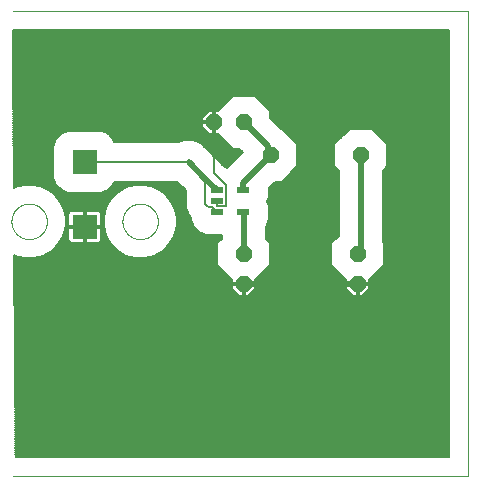
<source format=gtl>
G75*
%MOIN*%
%OFA0B0*%
%FSLAX25Y25*%
%IPPOS*%
%LPD*%
%AMOC8*
5,1,8,0,0,1.08239X$1,22.5*
%
%ADD10C,0.00000*%
%ADD11OC8,0.05200*%
%ADD12R,0.04331X0.02362*%
%ADD13R,0.08268X0.08268*%
%ADD14C,0.00600*%
%ADD15C,0.02000*%
D10*
X0001609Y0001300D02*
X0153310Y0001300D01*
X0153310Y0156261D01*
X0001609Y0156261D01*
X0001200Y0086284D02*
X0001202Y0086437D01*
X0001208Y0086591D01*
X0001218Y0086744D01*
X0001232Y0086896D01*
X0001250Y0087049D01*
X0001272Y0087200D01*
X0001297Y0087351D01*
X0001327Y0087502D01*
X0001361Y0087652D01*
X0001398Y0087800D01*
X0001439Y0087948D01*
X0001484Y0088094D01*
X0001533Y0088240D01*
X0001586Y0088384D01*
X0001642Y0088526D01*
X0001702Y0088667D01*
X0001766Y0088807D01*
X0001833Y0088945D01*
X0001904Y0089081D01*
X0001979Y0089215D01*
X0002056Y0089347D01*
X0002138Y0089477D01*
X0002222Y0089605D01*
X0002310Y0089731D01*
X0002401Y0089854D01*
X0002495Y0089975D01*
X0002593Y0090093D01*
X0002693Y0090209D01*
X0002797Y0090322D01*
X0002903Y0090433D01*
X0003012Y0090541D01*
X0003124Y0090646D01*
X0003238Y0090747D01*
X0003356Y0090846D01*
X0003475Y0090942D01*
X0003597Y0091035D01*
X0003722Y0091124D01*
X0003849Y0091211D01*
X0003978Y0091293D01*
X0004109Y0091373D01*
X0004242Y0091449D01*
X0004377Y0091522D01*
X0004514Y0091591D01*
X0004653Y0091656D01*
X0004793Y0091718D01*
X0004935Y0091776D01*
X0005078Y0091831D01*
X0005223Y0091882D01*
X0005369Y0091929D01*
X0005516Y0091972D01*
X0005664Y0092011D01*
X0005813Y0092047D01*
X0005963Y0092078D01*
X0006114Y0092106D01*
X0006265Y0092130D01*
X0006418Y0092150D01*
X0006570Y0092166D01*
X0006723Y0092178D01*
X0006876Y0092186D01*
X0007029Y0092190D01*
X0007183Y0092190D01*
X0007336Y0092186D01*
X0007489Y0092178D01*
X0007642Y0092166D01*
X0007794Y0092150D01*
X0007947Y0092130D01*
X0008098Y0092106D01*
X0008249Y0092078D01*
X0008399Y0092047D01*
X0008548Y0092011D01*
X0008696Y0091972D01*
X0008843Y0091929D01*
X0008989Y0091882D01*
X0009134Y0091831D01*
X0009277Y0091776D01*
X0009419Y0091718D01*
X0009559Y0091656D01*
X0009698Y0091591D01*
X0009835Y0091522D01*
X0009970Y0091449D01*
X0010103Y0091373D01*
X0010234Y0091293D01*
X0010363Y0091211D01*
X0010490Y0091124D01*
X0010615Y0091035D01*
X0010737Y0090942D01*
X0010856Y0090846D01*
X0010974Y0090747D01*
X0011088Y0090646D01*
X0011200Y0090541D01*
X0011309Y0090433D01*
X0011415Y0090322D01*
X0011519Y0090209D01*
X0011619Y0090093D01*
X0011717Y0089975D01*
X0011811Y0089854D01*
X0011902Y0089731D01*
X0011990Y0089605D01*
X0012074Y0089477D01*
X0012156Y0089347D01*
X0012233Y0089215D01*
X0012308Y0089081D01*
X0012379Y0088945D01*
X0012446Y0088807D01*
X0012510Y0088667D01*
X0012570Y0088526D01*
X0012626Y0088384D01*
X0012679Y0088240D01*
X0012728Y0088094D01*
X0012773Y0087948D01*
X0012814Y0087800D01*
X0012851Y0087652D01*
X0012885Y0087502D01*
X0012915Y0087351D01*
X0012940Y0087200D01*
X0012962Y0087049D01*
X0012980Y0086896D01*
X0012994Y0086744D01*
X0013004Y0086591D01*
X0013010Y0086437D01*
X0013012Y0086284D01*
X0013010Y0086131D01*
X0013004Y0085977D01*
X0012994Y0085824D01*
X0012980Y0085672D01*
X0012962Y0085519D01*
X0012940Y0085368D01*
X0012915Y0085217D01*
X0012885Y0085066D01*
X0012851Y0084916D01*
X0012814Y0084768D01*
X0012773Y0084620D01*
X0012728Y0084474D01*
X0012679Y0084328D01*
X0012626Y0084184D01*
X0012570Y0084042D01*
X0012510Y0083901D01*
X0012446Y0083761D01*
X0012379Y0083623D01*
X0012308Y0083487D01*
X0012233Y0083353D01*
X0012156Y0083221D01*
X0012074Y0083091D01*
X0011990Y0082963D01*
X0011902Y0082837D01*
X0011811Y0082714D01*
X0011717Y0082593D01*
X0011619Y0082475D01*
X0011519Y0082359D01*
X0011415Y0082246D01*
X0011309Y0082135D01*
X0011200Y0082027D01*
X0011088Y0081922D01*
X0010974Y0081821D01*
X0010856Y0081722D01*
X0010737Y0081626D01*
X0010615Y0081533D01*
X0010490Y0081444D01*
X0010363Y0081357D01*
X0010234Y0081275D01*
X0010103Y0081195D01*
X0009970Y0081119D01*
X0009835Y0081046D01*
X0009698Y0080977D01*
X0009559Y0080912D01*
X0009419Y0080850D01*
X0009277Y0080792D01*
X0009134Y0080737D01*
X0008989Y0080686D01*
X0008843Y0080639D01*
X0008696Y0080596D01*
X0008548Y0080557D01*
X0008399Y0080521D01*
X0008249Y0080490D01*
X0008098Y0080462D01*
X0007947Y0080438D01*
X0007794Y0080418D01*
X0007642Y0080402D01*
X0007489Y0080390D01*
X0007336Y0080382D01*
X0007183Y0080378D01*
X0007029Y0080378D01*
X0006876Y0080382D01*
X0006723Y0080390D01*
X0006570Y0080402D01*
X0006418Y0080418D01*
X0006265Y0080438D01*
X0006114Y0080462D01*
X0005963Y0080490D01*
X0005813Y0080521D01*
X0005664Y0080557D01*
X0005516Y0080596D01*
X0005369Y0080639D01*
X0005223Y0080686D01*
X0005078Y0080737D01*
X0004935Y0080792D01*
X0004793Y0080850D01*
X0004653Y0080912D01*
X0004514Y0080977D01*
X0004377Y0081046D01*
X0004242Y0081119D01*
X0004109Y0081195D01*
X0003978Y0081275D01*
X0003849Y0081357D01*
X0003722Y0081444D01*
X0003597Y0081533D01*
X0003475Y0081626D01*
X0003356Y0081722D01*
X0003238Y0081821D01*
X0003124Y0081922D01*
X0003012Y0082027D01*
X0002903Y0082135D01*
X0002797Y0082246D01*
X0002693Y0082359D01*
X0002593Y0082475D01*
X0002495Y0082593D01*
X0002401Y0082714D01*
X0002310Y0082837D01*
X0002222Y0082963D01*
X0002138Y0083091D01*
X0002056Y0083221D01*
X0001979Y0083353D01*
X0001904Y0083487D01*
X0001833Y0083623D01*
X0001766Y0083761D01*
X0001702Y0083901D01*
X0001642Y0084042D01*
X0001586Y0084184D01*
X0001533Y0084328D01*
X0001484Y0084474D01*
X0001439Y0084620D01*
X0001398Y0084768D01*
X0001361Y0084916D01*
X0001327Y0085066D01*
X0001297Y0085217D01*
X0001272Y0085368D01*
X0001250Y0085519D01*
X0001232Y0085672D01*
X0001218Y0085824D01*
X0001208Y0085977D01*
X0001202Y0086131D01*
X0001200Y0086284D01*
X0038207Y0086284D02*
X0038209Y0086437D01*
X0038215Y0086591D01*
X0038225Y0086744D01*
X0038239Y0086896D01*
X0038257Y0087049D01*
X0038279Y0087200D01*
X0038304Y0087351D01*
X0038334Y0087502D01*
X0038368Y0087652D01*
X0038405Y0087800D01*
X0038446Y0087948D01*
X0038491Y0088094D01*
X0038540Y0088240D01*
X0038593Y0088384D01*
X0038649Y0088526D01*
X0038709Y0088667D01*
X0038773Y0088807D01*
X0038840Y0088945D01*
X0038911Y0089081D01*
X0038986Y0089215D01*
X0039063Y0089347D01*
X0039145Y0089477D01*
X0039229Y0089605D01*
X0039317Y0089731D01*
X0039408Y0089854D01*
X0039502Y0089975D01*
X0039600Y0090093D01*
X0039700Y0090209D01*
X0039804Y0090322D01*
X0039910Y0090433D01*
X0040019Y0090541D01*
X0040131Y0090646D01*
X0040245Y0090747D01*
X0040363Y0090846D01*
X0040482Y0090942D01*
X0040604Y0091035D01*
X0040729Y0091124D01*
X0040856Y0091211D01*
X0040985Y0091293D01*
X0041116Y0091373D01*
X0041249Y0091449D01*
X0041384Y0091522D01*
X0041521Y0091591D01*
X0041660Y0091656D01*
X0041800Y0091718D01*
X0041942Y0091776D01*
X0042085Y0091831D01*
X0042230Y0091882D01*
X0042376Y0091929D01*
X0042523Y0091972D01*
X0042671Y0092011D01*
X0042820Y0092047D01*
X0042970Y0092078D01*
X0043121Y0092106D01*
X0043272Y0092130D01*
X0043425Y0092150D01*
X0043577Y0092166D01*
X0043730Y0092178D01*
X0043883Y0092186D01*
X0044036Y0092190D01*
X0044190Y0092190D01*
X0044343Y0092186D01*
X0044496Y0092178D01*
X0044649Y0092166D01*
X0044801Y0092150D01*
X0044954Y0092130D01*
X0045105Y0092106D01*
X0045256Y0092078D01*
X0045406Y0092047D01*
X0045555Y0092011D01*
X0045703Y0091972D01*
X0045850Y0091929D01*
X0045996Y0091882D01*
X0046141Y0091831D01*
X0046284Y0091776D01*
X0046426Y0091718D01*
X0046566Y0091656D01*
X0046705Y0091591D01*
X0046842Y0091522D01*
X0046977Y0091449D01*
X0047110Y0091373D01*
X0047241Y0091293D01*
X0047370Y0091211D01*
X0047497Y0091124D01*
X0047622Y0091035D01*
X0047744Y0090942D01*
X0047863Y0090846D01*
X0047981Y0090747D01*
X0048095Y0090646D01*
X0048207Y0090541D01*
X0048316Y0090433D01*
X0048422Y0090322D01*
X0048526Y0090209D01*
X0048626Y0090093D01*
X0048724Y0089975D01*
X0048818Y0089854D01*
X0048909Y0089731D01*
X0048997Y0089605D01*
X0049081Y0089477D01*
X0049163Y0089347D01*
X0049240Y0089215D01*
X0049315Y0089081D01*
X0049386Y0088945D01*
X0049453Y0088807D01*
X0049517Y0088667D01*
X0049577Y0088526D01*
X0049633Y0088384D01*
X0049686Y0088240D01*
X0049735Y0088094D01*
X0049780Y0087948D01*
X0049821Y0087800D01*
X0049858Y0087652D01*
X0049892Y0087502D01*
X0049922Y0087351D01*
X0049947Y0087200D01*
X0049969Y0087049D01*
X0049987Y0086896D01*
X0050001Y0086744D01*
X0050011Y0086591D01*
X0050017Y0086437D01*
X0050019Y0086284D01*
X0050017Y0086131D01*
X0050011Y0085977D01*
X0050001Y0085824D01*
X0049987Y0085672D01*
X0049969Y0085519D01*
X0049947Y0085368D01*
X0049922Y0085217D01*
X0049892Y0085066D01*
X0049858Y0084916D01*
X0049821Y0084768D01*
X0049780Y0084620D01*
X0049735Y0084474D01*
X0049686Y0084328D01*
X0049633Y0084184D01*
X0049577Y0084042D01*
X0049517Y0083901D01*
X0049453Y0083761D01*
X0049386Y0083623D01*
X0049315Y0083487D01*
X0049240Y0083353D01*
X0049163Y0083221D01*
X0049081Y0083091D01*
X0048997Y0082963D01*
X0048909Y0082837D01*
X0048818Y0082714D01*
X0048724Y0082593D01*
X0048626Y0082475D01*
X0048526Y0082359D01*
X0048422Y0082246D01*
X0048316Y0082135D01*
X0048207Y0082027D01*
X0048095Y0081922D01*
X0047981Y0081821D01*
X0047863Y0081722D01*
X0047744Y0081626D01*
X0047622Y0081533D01*
X0047497Y0081444D01*
X0047370Y0081357D01*
X0047241Y0081275D01*
X0047110Y0081195D01*
X0046977Y0081119D01*
X0046842Y0081046D01*
X0046705Y0080977D01*
X0046566Y0080912D01*
X0046426Y0080850D01*
X0046284Y0080792D01*
X0046141Y0080737D01*
X0045996Y0080686D01*
X0045850Y0080639D01*
X0045703Y0080596D01*
X0045555Y0080557D01*
X0045406Y0080521D01*
X0045256Y0080490D01*
X0045105Y0080462D01*
X0044954Y0080438D01*
X0044801Y0080418D01*
X0044649Y0080402D01*
X0044496Y0080390D01*
X0044343Y0080382D01*
X0044190Y0080378D01*
X0044036Y0080378D01*
X0043883Y0080382D01*
X0043730Y0080390D01*
X0043577Y0080402D01*
X0043425Y0080418D01*
X0043272Y0080438D01*
X0043121Y0080462D01*
X0042970Y0080490D01*
X0042820Y0080521D01*
X0042671Y0080557D01*
X0042523Y0080596D01*
X0042376Y0080639D01*
X0042230Y0080686D01*
X0042085Y0080737D01*
X0041942Y0080792D01*
X0041800Y0080850D01*
X0041660Y0080912D01*
X0041521Y0080977D01*
X0041384Y0081046D01*
X0041249Y0081119D01*
X0041116Y0081195D01*
X0040985Y0081275D01*
X0040856Y0081357D01*
X0040729Y0081444D01*
X0040604Y0081533D01*
X0040482Y0081626D01*
X0040363Y0081722D01*
X0040245Y0081821D01*
X0040131Y0081922D01*
X0040019Y0082027D01*
X0039910Y0082135D01*
X0039804Y0082246D01*
X0039700Y0082359D01*
X0039600Y0082475D01*
X0039502Y0082593D01*
X0039408Y0082714D01*
X0039317Y0082837D01*
X0039229Y0082963D01*
X0039145Y0083091D01*
X0039063Y0083221D01*
X0038986Y0083353D01*
X0038911Y0083487D01*
X0038840Y0083623D01*
X0038773Y0083761D01*
X0038709Y0083901D01*
X0038649Y0084042D01*
X0038593Y0084184D01*
X0038540Y0084328D01*
X0038491Y0084474D01*
X0038446Y0084620D01*
X0038405Y0084768D01*
X0038368Y0084916D01*
X0038334Y0085066D01*
X0038304Y0085217D01*
X0038279Y0085368D01*
X0038257Y0085519D01*
X0038239Y0085672D01*
X0038225Y0085824D01*
X0038215Y0085977D01*
X0038209Y0086131D01*
X0038207Y0086284D01*
D11*
X0068609Y0119300D03*
X0078609Y0119300D03*
X0087609Y0108300D03*
X0117609Y0108300D03*
X0116609Y0075300D03*
X0116609Y0065300D03*
X0078609Y0065300D03*
X0078609Y0075300D03*
D12*
X0078468Y0089300D03*
X0078468Y0096780D03*
X0069609Y0096780D03*
X0069609Y0093040D03*
X0069609Y0089300D03*
D13*
X0025609Y0084473D03*
X0025609Y0106127D03*
D14*
X0060263Y0106127D01*
X0064912Y0111801D02*
X0073522Y0111801D01*
X0074120Y0111203D02*
X0065511Y0111203D01*
X0066109Y0110604D02*
X0074719Y0110604D01*
X0074923Y0110400D02*
X0077186Y0110400D01*
X0078286Y0109300D01*
X0073183Y0104197D01*
X0073028Y0104261D01*
X0072452Y0104261D01*
X0072038Y0104675D01*
X0064398Y0112315D01*
X0061715Y0113427D01*
X0058811Y0113427D01*
X0057121Y0112727D01*
X0035541Y0112727D01*
X0035084Y0113829D01*
X0033312Y0115602D01*
X0030996Y0116561D01*
X0020222Y0116561D01*
X0017907Y0115602D01*
X0016135Y0113829D01*
X0015176Y0111514D01*
X0015176Y0100740D01*
X0016135Y0098424D01*
X0017907Y0096652D01*
X0020222Y0095693D01*
X0030996Y0095693D01*
X0033312Y0096652D01*
X0035084Y0098424D01*
X0035541Y0099527D01*
X0056539Y0099527D01*
X0059250Y0096816D01*
X0059250Y0090868D01*
X0060254Y0088442D01*
X0061144Y0087552D01*
X0061144Y0086866D01*
X0062103Y0084550D01*
X0063875Y0082778D01*
X0066191Y0081819D01*
X0071309Y0081819D01*
X0071309Y0080586D01*
X0069709Y0078986D01*
X0069709Y0071613D01*
X0074709Y0066613D01*
X0074709Y0065600D01*
X0078309Y0065600D01*
X0078309Y0065000D01*
X0074709Y0065000D01*
X0074709Y0063685D01*
X0076994Y0061400D01*
X0078309Y0061400D01*
X0078309Y0065000D01*
X0078909Y0065000D01*
X0078909Y0061400D01*
X0080225Y0061400D01*
X0082509Y0063685D01*
X0082509Y0065000D01*
X0078909Y0065000D01*
X0078909Y0065600D01*
X0082509Y0065600D01*
X0082509Y0066614D01*
X0087509Y0071613D01*
X0087509Y0078986D01*
X0085909Y0080586D01*
X0085909Y0084486D01*
X0085974Y0084550D01*
X0086933Y0086866D01*
X0086933Y0091734D01*
X0086392Y0093040D01*
X0086933Y0094346D01*
X0086933Y0097300D01*
X0089033Y0099400D01*
X0091296Y0099400D01*
X0096509Y0104613D01*
X0096509Y0111986D01*
X0091296Y0117200D01*
X0091033Y0117200D01*
X0090745Y0117489D01*
X0087509Y0120724D01*
X0087509Y0122986D01*
X0082296Y0128200D01*
X0074923Y0128200D01*
X0069923Y0123200D01*
X0068909Y0123200D01*
X0068909Y0119600D01*
X0068309Y0119600D01*
X0068309Y0119000D01*
X0064709Y0119000D01*
X0064709Y0117685D01*
X0066994Y0115400D01*
X0068309Y0115400D01*
X0068309Y0119000D01*
X0068909Y0119000D01*
X0068909Y0115400D01*
X0069923Y0115400D01*
X0074923Y0110400D01*
X0072923Y0112400D02*
X0064194Y0112400D01*
X0062749Y0112998D02*
X0072325Y0112998D01*
X0071726Y0113597D02*
X0035180Y0113597D01*
X0035428Y0112998D02*
X0057777Y0112998D01*
X0064709Y0117786D02*
X0001853Y0117786D01*
X0001857Y0117188D02*
X0065206Y0117188D01*
X0065805Y0116589D02*
X0001861Y0116589D01*
X0001865Y0115991D02*
X0018847Y0115991D01*
X0017698Y0115392D02*
X0001869Y0115392D01*
X0001872Y0114794D02*
X0017099Y0114794D01*
X0016501Y0114195D02*
X0001876Y0114195D01*
X0001880Y0113597D02*
X0016038Y0113597D01*
X0015791Y0112998D02*
X0001884Y0112998D01*
X0001888Y0112400D02*
X0015543Y0112400D01*
X0015295Y0111801D02*
X0001892Y0111801D01*
X0001896Y0111203D02*
X0015176Y0111203D01*
X0015176Y0110604D02*
X0001900Y0110604D01*
X0001904Y0110006D02*
X0015176Y0110006D01*
X0015176Y0109407D02*
X0001907Y0109407D01*
X0001911Y0108809D02*
X0015176Y0108809D01*
X0015176Y0108210D02*
X0001915Y0108210D01*
X0001919Y0107612D02*
X0015176Y0107612D01*
X0015176Y0107013D02*
X0001923Y0107013D01*
X0001927Y0106415D02*
X0015176Y0106415D01*
X0015176Y0105816D02*
X0001931Y0105816D01*
X0001935Y0105218D02*
X0015176Y0105218D01*
X0015176Y0104619D02*
X0001939Y0104619D01*
X0001942Y0104021D02*
X0015176Y0104021D01*
X0015176Y0103422D02*
X0001946Y0103422D01*
X0001950Y0102824D02*
X0015176Y0102824D01*
X0015176Y0102225D02*
X0001954Y0102225D01*
X0001958Y0101627D02*
X0015176Y0101627D01*
X0015176Y0101028D02*
X0001962Y0101028D01*
X0001966Y0100430D02*
X0015304Y0100430D01*
X0015552Y0099831D02*
X0001970Y0099831D01*
X0001974Y0099233D02*
X0015800Y0099233D01*
X0016048Y0098634D02*
X0001977Y0098634D01*
X0001981Y0098036D02*
X0003803Y0098036D01*
X0002394Y0097658D02*
X0001985Y0097422D01*
X0001644Y0149961D01*
X0147010Y0149961D01*
X0147010Y0007600D01*
X0002569Y0007600D01*
X0002130Y0075063D01*
X0002394Y0074911D01*
X0005499Y0074079D01*
X0008712Y0074079D01*
X0011817Y0074911D01*
X0014600Y0076517D01*
X0016872Y0078790D01*
X0018479Y0081573D01*
X0019311Y0084677D01*
X0019311Y0087891D01*
X0018479Y0090995D01*
X0016872Y0093779D01*
X0014600Y0096051D01*
X0011817Y0097658D01*
X0008712Y0098490D01*
X0005499Y0098490D01*
X0002394Y0097658D01*
X0002012Y0097437D02*
X0001985Y0097437D01*
X0010408Y0098036D02*
X0016523Y0098036D01*
X0017122Y0097437D02*
X0012199Y0097437D01*
X0013236Y0096839D02*
X0017720Y0096839D01*
X0018902Y0096240D02*
X0014273Y0096240D01*
X0015009Y0095641D02*
X0036209Y0095641D01*
X0036619Y0096051D02*
X0034347Y0093779D01*
X0032740Y0090995D01*
X0031908Y0087891D01*
X0031908Y0084677D01*
X0032740Y0081573D01*
X0034347Y0078790D01*
X0036619Y0076517D01*
X0039402Y0074911D01*
X0042506Y0074079D01*
X0045720Y0074079D01*
X0048825Y0074911D01*
X0051608Y0076517D01*
X0053880Y0078790D01*
X0055487Y0081573D01*
X0056319Y0084677D01*
X0056319Y0087891D01*
X0055487Y0090995D01*
X0053880Y0093779D01*
X0051608Y0096051D01*
X0048825Y0097658D01*
X0045720Y0098490D01*
X0042506Y0098490D01*
X0039402Y0097658D01*
X0036619Y0096051D01*
X0036946Y0096240D02*
X0032317Y0096240D01*
X0033498Y0096839D02*
X0037983Y0096839D01*
X0039020Y0097437D02*
X0034097Y0097437D01*
X0034695Y0098036D02*
X0040811Y0098036D01*
X0035419Y0099233D02*
X0056833Y0099233D01*
X0057432Y0098634D02*
X0035171Y0098634D01*
X0035611Y0095043D02*
X0015608Y0095043D01*
X0016206Y0094444D02*
X0035012Y0094444D01*
X0034414Y0093846D02*
X0016805Y0093846D01*
X0017179Y0093247D02*
X0034040Y0093247D01*
X0033694Y0092649D02*
X0017525Y0092649D01*
X0017870Y0092050D02*
X0033349Y0092050D01*
X0033003Y0091452D02*
X0018216Y0091452D01*
X0018517Y0090853D02*
X0032702Y0090853D01*
X0032541Y0090255D02*
X0018678Y0090255D01*
X0018838Y0089656D02*
X0020693Y0089656D01*
X0020677Y0089647D02*
X0020435Y0089405D01*
X0020264Y0089109D01*
X0020176Y0088778D01*
X0020176Y0084773D01*
X0025309Y0084773D01*
X0025309Y0084173D01*
X0020176Y0084173D01*
X0020176Y0080168D01*
X0020264Y0079838D01*
X0020435Y0079541D01*
X0020677Y0079299D01*
X0020974Y0079128D01*
X0021304Y0079039D01*
X0025309Y0079039D01*
X0025309Y0084173D01*
X0025909Y0084173D01*
X0025909Y0079039D01*
X0029914Y0079039D01*
X0030245Y0079128D01*
X0030542Y0079299D01*
X0030784Y0079541D01*
X0030955Y0079838D01*
X0031043Y0080168D01*
X0031043Y0084173D01*
X0025909Y0084173D01*
X0025909Y0084773D01*
X0025309Y0084773D01*
X0025309Y0089907D01*
X0021304Y0089907D01*
X0020974Y0089818D01*
X0020677Y0089647D01*
X0020251Y0089058D02*
X0018998Y0089058D01*
X0019159Y0088459D02*
X0020176Y0088459D01*
X0020176Y0087861D02*
X0019311Y0087861D01*
X0019311Y0087262D02*
X0020176Y0087262D01*
X0020176Y0086664D02*
X0019311Y0086664D01*
X0019311Y0086065D02*
X0020176Y0086065D01*
X0020176Y0085467D02*
X0019311Y0085467D01*
X0019311Y0084868D02*
X0020176Y0084868D01*
X0019202Y0084270D02*
X0025309Y0084270D01*
X0025309Y0084868D02*
X0025909Y0084868D01*
X0025909Y0084773D02*
X0025909Y0089907D01*
X0029914Y0089907D01*
X0030245Y0089818D01*
X0030542Y0089647D01*
X0030784Y0089405D01*
X0030955Y0089109D01*
X0031043Y0088778D01*
X0031043Y0084773D01*
X0025909Y0084773D01*
X0025909Y0084270D02*
X0032017Y0084270D01*
X0031908Y0084868D02*
X0031043Y0084868D01*
X0031043Y0085467D02*
X0031908Y0085467D01*
X0031908Y0086065D02*
X0031043Y0086065D01*
X0031043Y0086664D02*
X0031908Y0086664D01*
X0031908Y0087262D02*
X0031043Y0087262D01*
X0031043Y0087861D02*
X0031908Y0087861D01*
X0032060Y0088459D02*
X0031043Y0088459D01*
X0030968Y0089058D02*
X0032220Y0089058D01*
X0032381Y0089656D02*
X0030526Y0089656D01*
X0025909Y0089656D02*
X0025309Y0089656D01*
X0025309Y0089058D02*
X0025909Y0089058D01*
X0025909Y0088459D02*
X0025309Y0088459D01*
X0025309Y0087861D02*
X0025909Y0087861D01*
X0025909Y0087262D02*
X0025309Y0087262D01*
X0025309Y0086664D02*
X0025909Y0086664D01*
X0025909Y0086065D02*
X0025309Y0086065D01*
X0025309Y0085467D02*
X0025909Y0085467D01*
X0025909Y0083671D02*
X0025309Y0083671D01*
X0025309Y0083073D02*
X0025909Y0083073D01*
X0025909Y0082474D02*
X0025309Y0082474D01*
X0025309Y0081876D02*
X0025909Y0081876D01*
X0025909Y0081277D02*
X0025309Y0081277D01*
X0025309Y0080679D02*
X0025909Y0080679D01*
X0025909Y0080080D02*
X0025309Y0080080D01*
X0025309Y0079482D02*
X0025909Y0079482D01*
X0030724Y0079482D02*
X0033947Y0079482D01*
X0033602Y0080080D02*
X0031020Y0080080D01*
X0031043Y0080679D02*
X0033256Y0080679D01*
X0032910Y0081277D02*
X0031043Y0081277D01*
X0031043Y0081876D02*
X0032659Y0081876D01*
X0032498Y0082474D02*
X0031043Y0082474D01*
X0031043Y0083073D02*
X0032338Y0083073D01*
X0032177Y0083671D02*
X0031043Y0083671D01*
X0034293Y0078883D02*
X0016926Y0078883D01*
X0017272Y0079482D02*
X0020495Y0079482D01*
X0020199Y0080080D02*
X0017617Y0080080D01*
X0017963Y0080679D02*
X0020176Y0080679D01*
X0020176Y0081277D02*
X0018308Y0081277D01*
X0018560Y0081876D02*
X0020176Y0081876D01*
X0020176Y0082474D02*
X0018721Y0082474D01*
X0018881Y0083073D02*
X0020176Y0083073D01*
X0020176Y0083671D02*
X0019041Y0083671D01*
X0016367Y0078285D02*
X0034852Y0078285D01*
X0035450Y0077686D02*
X0015769Y0077686D01*
X0015170Y0077088D02*
X0036049Y0077088D01*
X0036668Y0076489D02*
X0014551Y0076489D01*
X0013514Y0075891D02*
X0037705Y0075891D01*
X0038741Y0075292D02*
X0012478Y0075292D01*
X0011007Y0074694D02*
X0040212Y0074694D01*
X0042445Y0074095D02*
X0008773Y0074095D01*
X0005438Y0074095D02*
X0002137Y0074095D01*
X0002141Y0073497D02*
X0069709Y0073497D01*
X0069709Y0074095D02*
X0045781Y0074095D01*
X0048015Y0074694D02*
X0069709Y0074694D01*
X0069709Y0075292D02*
X0049485Y0075292D01*
X0050522Y0075891D02*
X0069709Y0075891D01*
X0069709Y0076489D02*
X0051559Y0076489D01*
X0052178Y0077088D02*
X0069709Y0077088D01*
X0069709Y0077686D02*
X0052776Y0077686D01*
X0053375Y0078285D02*
X0069709Y0078285D01*
X0069709Y0078883D02*
X0053934Y0078883D01*
X0054280Y0079482D02*
X0070205Y0079482D01*
X0070803Y0080080D02*
X0054625Y0080080D01*
X0054971Y0080679D02*
X0071309Y0080679D01*
X0071309Y0081277D02*
X0055316Y0081277D01*
X0055568Y0081876D02*
X0066054Y0081876D01*
X0064609Y0082474D02*
X0055729Y0082474D01*
X0055889Y0083073D02*
X0063581Y0083073D01*
X0062982Y0083671D02*
X0056049Y0083671D01*
X0056210Y0084270D02*
X0062384Y0084270D01*
X0061971Y0084868D02*
X0056319Y0084868D01*
X0056319Y0085467D02*
X0061724Y0085467D01*
X0061476Y0086065D02*
X0056319Y0086065D01*
X0056319Y0086664D02*
X0061228Y0086664D01*
X0061144Y0087262D02*
X0056319Y0087262D01*
X0056319Y0087861D02*
X0060836Y0087861D01*
X0060247Y0088459D02*
X0056167Y0088459D01*
X0056006Y0089058D02*
X0059999Y0089058D01*
X0059751Y0089656D02*
X0055846Y0089656D01*
X0055686Y0090255D02*
X0059504Y0090255D01*
X0059256Y0090853D02*
X0055525Y0090853D01*
X0055224Y0091452D02*
X0059250Y0091452D01*
X0059250Y0092050D02*
X0054878Y0092050D01*
X0054532Y0092649D02*
X0059250Y0092649D01*
X0059250Y0093247D02*
X0054187Y0093247D01*
X0053813Y0093846D02*
X0059250Y0093846D01*
X0059250Y0094444D02*
X0053214Y0094444D01*
X0052616Y0095043D02*
X0059250Y0095043D01*
X0059250Y0095641D02*
X0052017Y0095641D01*
X0051281Y0096240D02*
X0059250Y0096240D01*
X0059227Y0096839D02*
X0050244Y0096839D01*
X0049207Y0097437D02*
X0058629Y0097437D01*
X0058030Y0098036D02*
X0047415Y0098036D01*
X0034718Y0114195D02*
X0071128Y0114195D01*
X0070529Y0114794D02*
X0034120Y0114794D01*
X0033521Y0115392D02*
X0069931Y0115392D01*
X0068909Y0115991D02*
X0068309Y0115991D01*
X0068309Y0116589D02*
X0068909Y0116589D01*
X0068909Y0117188D02*
X0068309Y0117188D01*
X0068309Y0117786D02*
X0068909Y0117786D01*
X0068909Y0118385D02*
X0068309Y0118385D01*
X0068309Y0118983D02*
X0068909Y0118983D01*
X0068609Y0119300D02*
X0068609Y0102400D01*
X0072675Y0098334D01*
X0072675Y0091381D01*
X0069609Y0091381D01*
X0069609Y0093040D01*
X0067950Y0090959D02*
X0069609Y0089300D01*
X0068728Y0090181D01*
X0067950Y0090959D02*
X0067071Y0090959D01*
X0066544Y0091486D01*
X0065850Y0092181D01*
X0065850Y0100540D01*
X0070897Y0105816D02*
X0074802Y0105816D01*
X0074203Y0105218D02*
X0071496Y0105218D01*
X0072094Y0104619D02*
X0073605Y0104619D01*
X0075400Y0106415D02*
X0070299Y0106415D01*
X0069700Y0107013D02*
X0075999Y0107013D01*
X0076597Y0107612D02*
X0069102Y0107612D01*
X0068503Y0108210D02*
X0077196Y0108210D01*
X0077794Y0108809D02*
X0067905Y0108809D01*
X0067306Y0109407D02*
X0078178Y0109407D01*
X0077580Y0110006D02*
X0066708Y0110006D01*
X0066403Y0115991D02*
X0032372Y0115991D01*
X0001849Y0118385D02*
X0064709Y0118385D01*
X0064709Y0118983D02*
X0001845Y0118983D01*
X0001841Y0119582D02*
X0068309Y0119582D01*
X0068309Y0119600D02*
X0064709Y0119600D01*
X0064709Y0120915D01*
X0066994Y0123200D01*
X0068309Y0123200D01*
X0068309Y0119600D01*
X0068309Y0120180D02*
X0068909Y0120180D01*
X0068909Y0120779D02*
X0068309Y0120779D01*
X0068309Y0121377D02*
X0068909Y0121377D01*
X0068909Y0121976D02*
X0068309Y0121976D01*
X0068309Y0122574D02*
X0068909Y0122574D01*
X0068909Y0123173D02*
X0068309Y0123173D01*
X0066967Y0123173D02*
X0001818Y0123173D01*
X0001822Y0122574D02*
X0066369Y0122574D01*
X0065770Y0121976D02*
X0001826Y0121976D01*
X0001830Y0121377D02*
X0065172Y0121377D01*
X0064709Y0120779D02*
X0001834Y0120779D01*
X0001837Y0120180D02*
X0064709Y0120180D01*
X0070494Y0123772D02*
X0001814Y0123772D01*
X0001810Y0124370D02*
X0071093Y0124370D01*
X0071691Y0124969D02*
X0001806Y0124969D01*
X0001803Y0125567D02*
X0072290Y0125567D01*
X0072889Y0126166D02*
X0001799Y0126166D01*
X0001795Y0126764D02*
X0073487Y0126764D01*
X0074086Y0127363D02*
X0001791Y0127363D01*
X0001787Y0127961D02*
X0074684Y0127961D01*
X0082535Y0127961D02*
X0147010Y0127961D01*
X0147010Y0127363D02*
X0083133Y0127363D01*
X0083732Y0126764D02*
X0147010Y0126764D01*
X0147010Y0126166D02*
X0084330Y0126166D01*
X0084929Y0125567D02*
X0147010Y0125567D01*
X0147010Y0124969D02*
X0085527Y0124969D01*
X0086126Y0124370D02*
X0147010Y0124370D01*
X0147010Y0123772D02*
X0086724Y0123772D01*
X0087323Y0123173D02*
X0147010Y0123173D01*
X0147010Y0122574D02*
X0087509Y0122574D01*
X0087509Y0121976D02*
X0147010Y0121976D01*
X0147010Y0121377D02*
X0087509Y0121377D01*
X0087509Y0120779D02*
X0147010Y0120779D01*
X0147010Y0120180D02*
X0088053Y0120180D01*
X0088651Y0119582D02*
X0147010Y0119582D01*
X0147010Y0118983D02*
X0089250Y0118983D01*
X0089848Y0118385D02*
X0147010Y0118385D01*
X0147010Y0117786D02*
X0090447Y0117786D01*
X0091308Y0117188D02*
X0113911Y0117188D01*
X0113923Y0117200D02*
X0108709Y0111986D01*
X0108709Y0104613D01*
X0110309Y0103013D01*
X0110309Y0081586D01*
X0107709Y0078986D01*
X0107709Y0071613D01*
X0112709Y0066613D01*
X0112709Y0065600D01*
X0116309Y0065600D01*
X0116309Y0065000D01*
X0112709Y0065000D01*
X0112709Y0063685D01*
X0114994Y0061400D01*
X0116309Y0061400D01*
X0116309Y0065000D01*
X0116909Y0065000D01*
X0116909Y0061400D01*
X0118225Y0061400D01*
X0120509Y0063685D01*
X0120509Y0065000D01*
X0116909Y0065000D01*
X0116909Y0065600D01*
X0120509Y0065600D01*
X0120509Y0066613D01*
X0125509Y0071613D01*
X0125509Y0078986D01*
X0124909Y0079586D01*
X0124909Y0103013D01*
X0126509Y0104613D01*
X0126509Y0111986D01*
X0121296Y0117200D01*
X0113923Y0117200D01*
X0113312Y0116589D02*
X0091907Y0116589D01*
X0092505Y0115991D02*
X0112714Y0115991D01*
X0112115Y0115392D02*
X0093104Y0115392D01*
X0093702Y0114794D02*
X0111517Y0114794D01*
X0110918Y0114195D02*
X0094301Y0114195D01*
X0094899Y0113597D02*
X0110320Y0113597D01*
X0109721Y0112998D02*
X0095498Y0112998D01*
X0096096Y0112400D02*
X0109123Y0112400D01*
X0108709Y0111801D02*
X0096509Y0111801D01*
X0096509Y0111203D02*
X0108709Y0111203D01*
X0108709Y0110604D02*
X0096509Y0110604D01*
X0096509Y0110006D02*
X0108709Y0110006D01*
X0108709Y0109407D02*
X0096509Y0109407D01*
X0096509Y0108809D02*
X0108709Y0108809D01*
X0108709Y0108210D02*
X0096509Y0108210D01*
X0096509Y0107612D02*
X0108709Y0107612D01*
X0108709Y0107013D02*
X0096509Y0107013D01*
X0096509Y0106415D02*
X0108709Y0106415D01*
X0108709Y0105816D02*
X0096509Y0105816D01*
X0096509Y0105218D02*
X0108709Y0105218D01*
X0108709Y0104619D02*
X0096509Y0104619D01*
X0095917Y0104021D02*
X0109302Y0104021D01*
X0109901Y0103422D02*
X0095318Y0103422D01*
X0094720Y0102824D02*
X0110309Y0102824D01*
X0110309Y0102225D02*
X0094121Y0102225D01*
X0093523Y0101627D02*
X0110309Y0101627D01*
X0110309Y0101028D02*
X0092924Y0101028D01*
X0092326Y0100430D02*
X0110309Y0100430D01*
X0110309Y0099831D02*
X0091727Y0099831D01*
X0088866Y0099233D02*
X0110309Y0099233D01*
X0110309Y0098634D02*
X0088267Y0098634D01*
X0087669Y0098036D02*
X0110309Y0098036D01*
X0110309Y0097437D02*
X0087070Y0097437D01*
X0086933Y0096839D02*
X0110309Y0096839D01*
X0110309Y0096240D02*
X0086933Y0096240D01*
X0086933Y0095641D02*
X0110309Y0095641D01*
X0110309Y0095043D02*
X0086933Y0095043D01*
X0086933Y0094444D02*
X0110309Y0094444D01*
X0110309Y0093846D02*
X0086726Y0093846D01*
X0086478Y0093247D02*
X0110309Y0093247D01*
X0110309Y0092649D02*
X0086554Y0092649D01*
X0086802Y0092050D02*
X0110309Y0092050D01*
X0110309Y0091452D02*
X0086933Y0091452D01*
X0086933Y0090853D02*
X0110309Y0090853D01*
X0110309Y0090255D02*
X0086933Y0090255D01*
X0086933Y0089656D02*
X0110309Y0089656D01*
X0110309Y0089058D02*
X0086933Y0089058D01*
X0086933Y0088459D02*
X0110309Y0088459D01*
X0110309Y0087861D02*
X0086933Y0087861D01*
X0086933Y0087262D02*
X0110309Y0087262D01*
X0110309Y0086664D02*
X0086849Y0086664D01*
X0086602Y0086065D02*
X0110309Y0086065D01*
X0110309Y0085467D02*
X0086354Y0085467D01*
X0086106Y0084868D02*
X0110309Y0084868D01*
X0110309Y0084270D02*
X0085909Y0084270D01*
X0085909Y0083671D02*
X0110309Y0083671D01*
X0110309Y0083073D02*
X0085909Y0083073D01*
X0085909Y0082474D02*
X0110309Y0082474D01*
X0110309Y0081876D02*
X0085909Y0081876D01*
X0085909Y0081277D02*
X0110000Y0081277D01*
X0109402Y0080679D02*
X0085909Y0080679D01*
X0086416Y0080080D02*
X0108803Y0080080D01*
X0108205Y0079482D02*
X0087014Y0079482D01*
X0087509Y0078883D02*
X0107709Y0078883D01*
X0107709Y0078285D02*
X0087509Y0078285D01*
X0087509Y0077686D02*
X0107709Y0077686D01*
X0107709Y0077088D02*
X0087509Y0077088D01*
X0087509Y0076489D02*
X0107709Y0076489D01*
X0107709Y0075891D02*
X0087509Y0075891D01*
X0087509Y0075292D02*
X0107709Y0075292D01*
X0107709Y0074694D02*
X0087509Y0074694D01*
X0087509Y0074095D02*
X0107709Y0074095D01*
X0107709Y0073497D02*
X0087509Y0073497D01*
X0087509Y0072898D02*
X0107709Y0072898D01*
X0107709Y0072300D02*
X0087509Y0072300D01*
X0087509Y0071701D02*
X0107709Y0071701D01*
X0108220Y0071103D02*
X0086998Y0071103D01*
X0086400Y0070504D02*
X0108819Y0070504D01*
X0109417Y0069905D02*
X0085801Y0069905D01*
X0085203Y0069307D02*
X0110016Y0069307D01*
X0110614Y0068708D02*
X0084604Y0068708D01*
X0084006Y0068110D02*
X0111213Y0068110D01*
X0111811Y0067511D02*
X0083407Y0067511D01*
X0082809Y0066913D02*
X0112410Y0066913D01*
X0112709Y0066314D02*
X0082509Y0066314D01*
X0082509Y0065716D02*
X0112709Y0065716D01*
X0112709Y0064519D02*
X0082509Y0064519D01*
X0082509Y0063920D02*
X0112709Y0063920D01*
X0113072Y0063322D02*
X0082147Y0063322D01*
X0081548Y0062723D02*
X0113671Y0062723D01*
X0114269Y0062125D02*
X0080950Y0062125D01*
X0080351Y0061526D02*
X0114868Y0061526D01*
X0116309Y0061526D02*
X0116909Y0061526D01*
X0116909Y0062125D02*
X0116309Y0062125D01*
X0116309Y0062723D02*
X0116909Y0062723D01*
X0116909Y0063322D02*
X0116309Y0063322D01*
X0116309Y0063920D02*
X0116909Y0063920D01*
X0116909Y0064519D02*
X0116309Y0064519D01*
X0116309Y0065117D02*
X0078909Y0065117D01*
X0078909Y0064519D02*
X0078309Y0064519D01*
X0078309Y0065117D02*
X0002195Y0065117D01*
X0002199Y0064519D02*
X0074709Y0064519D01*
X0074709Y0063920D02*
X0002203Y0063920D01*
X0002207Y0063322D02*
X0075072Y0063322D01*
X0075671Y0062723D02*
X0002211Y0062723D01*
X0002214Y0062125D02*
X0076269Y0062125D01*
X0076868Y0061526D02*
X0002218Y0061526D01*
X0002222Y0060928D02*
X0147010Y0060928D01*
X0147010Y0061526D02*
X0118351Y0061526D01*
X0118950Y0062125D02*
X0147010Y0062125D01*
X0147010Y0062723D02*
X0119548Y0062723D01*
X0120147Y0063322D02*
X0147010Y0063322D01*
X0147010Y0063920D02*
X0120509Y0063920D01*
X0120509Y0064519D02*
X0147010Y0064519D01*
X0147010Y0065117D02*
X0116909Y0065117D01*
X0120509Y0065716D02*
X0147010Y0065716D01*
X0147010Y0066314D02*
X0120509Y0066314D01*
X0120809Y0066913D02*
X0147010Y0066913D01*
X0147010Y0067511D02*
X0121407Y0067511D01*
X0122006Y0068110D02*
X0147010Y0068110D01*
X0147010Y0068708D02*
X0122604Y0068708D01*
X0123203Y0069307D02*
X0147010Y0069307D01*
X0147010Y0069905D02*
X0123801Y0069905D01*
X0124400Y0070504D02*
X0147010Y0070504D01*
X0147010Y0071103D02*
X0124998Y0071103D01*
X0125509Y0071701D02*
X0147010Y0071701D01*
X0147010Y0072300D02*
X0125509Y0072300D01*
X0125509Y0072898D02*
X0147010Y0072898D01*
X0147010Y0073497D02*
X0125509Y0073497D01*
X0125509Y0074095D02*
X0147010Y0074095D01*
X0147010Y0074694D02*
X0125509Y0074694D01*
X0125509Y0075292D02*
X0147010Y0075292D01*
X0147010Y0075891D02*
X0125509Y0075891D01*
X0125509Y0076489D02*
X0147010Y0076489D01*
X0147010Y0077088D02*
X0125509Y0077088D01*
X0125509Y0077686D02*
X0147010Y0077686D01*
X0147010Y0078285D02*
X0125509Y0078285D01*
X0125509Y0078883D02*
X0147010Y0078883D01*
X0147010Y0079482D02*
X0125014Y0079482D01*
X0124909Y0080080D02*
X0147010Y0080080D01*
X0147010Y0080679D02*
X0124909Y0080679D01*
X0124909Y0081277D02*
X0147010Y0081277D01*
X0147010Y0081876D02*
X0124909Y0081876D01*
X0124909Y0082474D02*
X0147010Y0082474D01*
X0147010Y0083073D02*
X0124909Y0083073D01*
X0124909Y0083671D02*
X0147010Y0083671D01*
X0147010Y0084270D02*
X0124909Y0084270D01*
X0124909Y0084868D02*
X0147010Y0084868D01*
X0147010Y0085467D02*
X0124909Y0085467D01*
X0124909Y0086065D02*
X0147010Y0086065D01*
X0147010Y0086664D02*
X0124909Y0086664D01*
X0124909Y0087262D02*
X0147010Y0087262D01*
X0147010Y0087861D02*
X0124909Y0087861D01*
X0124909Y0088459D02*
X0147010Y0088459D01*
X0147010Y0089058D02*
X0124909Y0089058D01*
X0124909Y0089656D02*
X0147010Y0089656D01*
X0147010Y0090255D02*
X0124909Y0090255D01*
X0124909Y0090853D02*
X0147010Y0090853D01*
X0147010Y0091452D02*
X0124909Y0091452D01*
X0124909Y0092050D02*
X0147010Y0092050D01*
X0147010Y0092649D02*
X0124909Y0092649D01*
X0124909Y0093247D02*
X0147010Y0093247D01*
X0147010Y0093846D02*
X0124909Y0093846D01*
X0124909Y0094444D02*
X0147010Y0094444D01*
X0147010Y0095043D02*
X0124909Y0095043D01*
X0124909Y0095641D02*
X0147010Y0095641D01*
X0147010Y0096240D02*
X0124909Y0096240D01*
X0124909Y0096839D02*
X0147010Y0096839D01*
X0147010Y0097437D02*
X0124909Y0097437D01*
X0124909Y0098036D02*
X0147010Y0098036D01*
X0147010Y0098634D02*
X0124909Y0098634D01*
X0124909Y0099233D02*
X0147010Y0099233D01*
X0147010Y0099831D02*
X0124909Y0099831D01*
X0124909Y0100430D02*
X0147010Y0100430D01*
X0147010Y0101028D02*
X0124909Y0101028D01*
X0124909Y0101627D02*
X0147010Y0101627D01*
X0147010Y0102225D02*
X0124909Y0102225D01*
X0124909Y0102824D02*
X0147010Y0102824D01*
X0147010Y0103422D02*
X0125318Y0103422D01*
X0125917Y0104021D02*
X0147010Y0104021D01*
X0147010Y0104619D02*
X0126509Y0104619D01*
X0126509Y0105218D02*
X0147010Y0105218D01*
X0147010Y0105816D02*
X0126509Y0105816D01*
X0126509Y0106415D02*
X0147010Y0106415D01*
X0147010Y0107013D02*
X0126509Y0107013D01*
X0126509Y0107612D02*
X0147010Y0107612D01*
X0147010Y0108210D02*
X0126509Y0108210D01*
X0126509Y0108809D02*
X0147010Y0108809D01*
X0147010Y0109407D02*
X0126509Y0109407D01*
X0126509Y0110006D02*
X0147010Y0110006D01*
X0147010Y0110604D02*
X0126509Y0110604D01*
X0126509Y0111203D02*
X0147010Y0111203D01*
X0147010Y0111801D02*
X0126509Y0111801D01*
X0126096Y0112400D02*
X0147010Y0112400D01*
X0147010Y0112998D02*
X0125498Y0112998D01*
X0124899Y0113597D02*
X0147010Y0113597D01*
X0147010Y0114195D02*
X0124301Y0114195D01*
X0123702Y0114794D02*
X0147010Y0114794D01*
X0147010Y0115392D02*
X0123104Y0115392D01*
X0122505Y0115991D02*
X0147010Y0115991D01*
X0147010Y0116589D02*
X0121907Y0116589D01*
X0121308Y0117188D02*
X0147010Y0117188D01*
X0147010Y0128560D02*
X0001783Y0128560D01*
X0001779Y0129158D02*
X0147010Y0129158D01*
X0147010Y0129757D02*
X0001775Y0129757D01*
X0001771Y0130355D02*
X0147010Y0130355D01*
X0147010Y0130954D02*
X0001768Y0130954D01*
X0001764Y0131552D02*
X0147010Y0131552D01*
X0147010Y0132151D02*
X0001760Y0132151D01*
X0001756Y0132749D02*
X0147010Y0132749D01*
X0147010Y0133348D02*
X0001752Y0133348D01*
X0001748Y0133946D02*
X0147010Y0133946D01*
X0147010Y0134545D02*
X0001744Y0134545D01*
X0001740Y0135143D02*
X0147010Y0135143D01*
X0147010Y0135742D02*
X0001736Y0135742D01*
X0001733Y0136340D02*
X0147010Y0136340D01*
X0147010Y0136939D02*
X0001729Y0136939D01*
X0001725Y0137537D02*
X0147010Y0137537D01*
X0147010Y0138136D02*
X0001721Y0138136D01*
X0001717Y0138734D02*
X0147010Y0138734D01*
X0147010Y0139333D02*
X0001713Y0139333D01*
X0001709Y0139931D02*
X0147010Y0139931D01*
X0147010Y0140530D02*
X0001705Y0140530D01*
X0001701Y0141128D02*
X0147010Y0141128D01*
X0147010Y0141727D02*
X0001698Y0141727D01*
X0001694Y0142325D02*
X0147010Y0142325D01*
X0147010Y0142924D02*
X0001690Y0142924D01*
X0001686Y0143522D02*
X0147010Y0143522D01*
X0147010Y0144121D02*
X0001682Y0144121D01*
X0001678Y0144719D02*
X0147010Y0144719D01*
X0147010Y0145318D02*
X0001674Y0145318D01*
X0001670Y0145916D02*
X0147010Y0145916D01*
X0147010Y0146515D02*
X0001666Y0146515D01*
X0001663Y0147113D02*
X0147010Y0147113D01*
X0147010Y0147712D02*
X0001659Y0147712D01*
X0001655Y0148310D02*
X0147010Y0148310D01*
X0147010Y0148909D02*
X0001651Y0148909D01*
X0001647Y0149508D02*
X0147010Y0149508D01*
X0069709Y0072898D02*
X0002145Y0072898D01*
X0002148Y0072300D02*
X0069709Y0072300D01*
X0069709Y0071701D02*
X0002152Y0071701D01*
X0002156Y0071103D02*
X0070220Y0071103D01*
X0070819Y0070504D02*
X0002160Y0070504D01*
X0002164Y0069905D02*
X0071417Y0069905D01*
X0072016Y0069307D02*
X0002168Y0069307D01*
X0002172Y0068708D02*
X0072614Y0068708D01*
X0073213Y0068110D02*
X0002176Y0068110D01*
X0002180Y0067511D02*
X0073811Y0067511D01*
X0074410Y0066913D02*
X0002183Y0066913D01*
X0002187Y0066314D02*
X0074709Y0066314D01*
X0074709Y0065716D02*
X0002191Y0065716D01*
X0002226Y0060329D02*
X0147010Y0060329D01*
X0147010Y0059731D02*
X0002230Y0059731D01*
X0002234Y0059132D02*
X0147010Y0059132D01*
X0147010Y0058534D02*
X0002238Y0058534D01*
X0002242Y0057935D02*
X0147010Y0057935D01*
X0147010Y0057337D02*
X0002246Y0057337D01*
X0002249Y0056738D02*
X0147010Y0056738D01*
X0147010Y0056140D02*
X0002253Y0056140D01*
X0002257Y0055541D02*
X0147010Y0055541D01*
X0147010Y0054943D02*
X0002261Y0054943D01*
X0002265Y0054344D02*
X0147010Y0054344D01*
X0147010Y0053746D02*
X0002269Y0053746D01*
X0002273Y0053147D02*
X0147010Y0053147D01*
X0147010Y0052549D02*
X0002277Y0052549D01*
X0002281Y0051950D02*
X0147010Y0051950D01*
X0147010Y0051352D02*
X0002284Y0051352D01*
X0002288Y0050753D02*
X0147010Y0050753D01*
X0147010Y0050155D02*
X0002292Y0050155D01*
X0002296Y0049556D02*
X0147010Y0049556D01*
X0147010Y0048958D02*
X0002300Y0048958D01*
X0002304Y0048359D02*
X0147010Y0048359D01*
X0147010Y0047761D02*
X0002308Y0047761D01*
X0002312Y0047162D02*
X0147010Y0047162D01*
X0147010Y0046564D02*
X0002316Y0046564D01*
X0002319Y0045965D02*
X0147010Y0045965D01*
X0147010Y0045367D02*
X0002323Y0045367D01*
X0002327Y0044768D02*
X0147010Y0044768D01*
X0147010Y0044170D02*
X0002331Y0044170D01*
X0002335Y0043571D02*
X0147010Y0043571D01*
X0147010Y0042972D02*
X0002339Y0042972D01*
X0002343Y0042374D02*
X0147010Y0042374D01*
X0147010Y0041775D02*
X0002347Y0041775D01*
X0002351Y0041177D02*
X0147010Y0041177D01*
X0147010Y0040578D02*
X0002354Y0040578D01*
X0002358Y0039980D02*
X0147010Y0039980D01*
X0147010Y0039381D02*
X0002362Y0039381D01*
X0002366Y0038783D02*
X0147010Y0038783D01*
X0147010Y0038184D02*
X0002370Y0038184D01*
X0002374Y0037586D02*
X0147010Y0037586D01*
X0147010Y0036987D02*
X0002378Y0036987D01*
X0002382Y0036389D02*
X0147010Y0036389D01*
X0147010Y0035790D02*
X0002385Y0035790D01*
X0002389Y0035192D02*
X0147010Y0035192D01*
X0147010Y0034593D02*
X0002393Y0034593D01*
X0002397Y0033995D02*
X0147010Y0033995D01*
X0147010Y0033396D02*
X0002401Y0033396D01*
X0002405Y0032798D02*
X0147010Y0032798D01*
X0147010Y0032199D02*
X0002409Y0032199D01*
X0002413Y0031601D02*
X0147010Y0031601D01*
X0147010Y0031002D02*
X0002417Y0031002D01*
X0002420Y0030404D02*
X0147010Y0030404D01*
X0147010Y0029805D02*
X0002424Y0029805D01*
X0002428Y0029207D02*
X0147010Y0029207D01*
X0147010Y0028608D02*
X0002432Y0028608D01*
X0002436Y0028010D02*
X0147010Y0028010D01*
X0147010Y0027411D02*
X0002440Y0027411D01*
X0002444Y0026813D02*
X0147010Y0026813D01*
X0147010Y0026214D02*
X0002448Y0026214D01*
X0002452Y0025616D02*
X0147010Y0025616D01*
X0147010Y0025017D02*
X0002455Y0025017D01*
X0002459Y0024419D02*
X0147010Y0024419D01*
X0147010Y0023820D02*
X0002463Y0023820D01*
X0002467Y0023222D02*
X0147010Y0023222D01*
X0147010Y0022623D02*
X0002471Y0022623D01*
X0002475Y0022025D02*
X0147010Y0022025D01*
X0147010Y0021426D02*
X0002479Y0021426D01*
X0002483Y0020828D02*
X0147010Y0020828D01*
X0147010Y0020229D02*
X0002487Y0020229D01*
X0002490Y0019631D02*
X0147010Y0019631D01*
X0147010Y0019032D02*
X0002494Y0019032D01*
X0002498Y0018434D02*
X0147010Y0018434D01*
X0147010Y0017835D02*
X0002502Y0017835D01*
X0002506Y0017237D02*
X0147010Y0017237D01*
X0147010Y0016638D02*
X0002510Y0016638D01*
X0002514Y0016039D02*
X0147010Y0016039D01*
X0147010Y0015441D02*
X0002518Y0015441D01*
X0002522Y0014842D02*
X0147010Y0014842D01*
X0147010Y0014244D02*
X0002525Y0014244D01*
X0002529Y0013645D02*
X0147010Y0013645D01*
X0147010Y0013047D02*
X0002533Y0013047D01*
X0002537Y0012448D02*
X0147010Y0012448D01*
X0147010Y0011850D02*
X0002541Y0011850D01*
X0002545Y0011251D02*
X0147010Y0011251D01*
X0147010Y0010653D02*
X0002549Y0010653D01*
X0002553Y0010054D02*
X0147010Y0010054D01*
X0147010Y0009456D02*
X0002556Y0009456D01*
X0002560Y0008857D02*
X0147010Y0008857D01*
X0147010Y0008259D02*
X0002564Y0008259D01*
X0002568Y0007660D02*
X0147010Y0007660D01*
X0078909Y0061526D02*
X0078309Y0061526D01*
X0078309Y0062125D02*
X0078909Y0062125D01*
X0078909Y0062723D02*
X0078309Y0062723D01*
X0078309Y0063322D02*
X0078909Y0063322D01*
X0078909Y0063920D02*
X0078309Y0063920D01*
X0003204Y0074694D02*
X0002133Y0074694D01*
D15*
X0060263Y0106127D02*
X0065850Y0100540D01*
X0069609Y0096780D01*
X0078468Y0096780D02*
X0078468Y0099158D01*
X0086609Y0107300D01*
X0086609Y0111300D01*
X0078609Y0119300D01*
X0087609Y0108300D02*
X0086609Y0107300D01*
X0078468Y0089300D02*
X0078609Y0089158D01*
X0078609Y0075300D01*
X0078609Y0065300D02*
X0116609Y0065300D01*
X0116609Y0075300D02*
X0117609Y0076300D01*
X0117609Y0108300D01*
M02*

</source>
